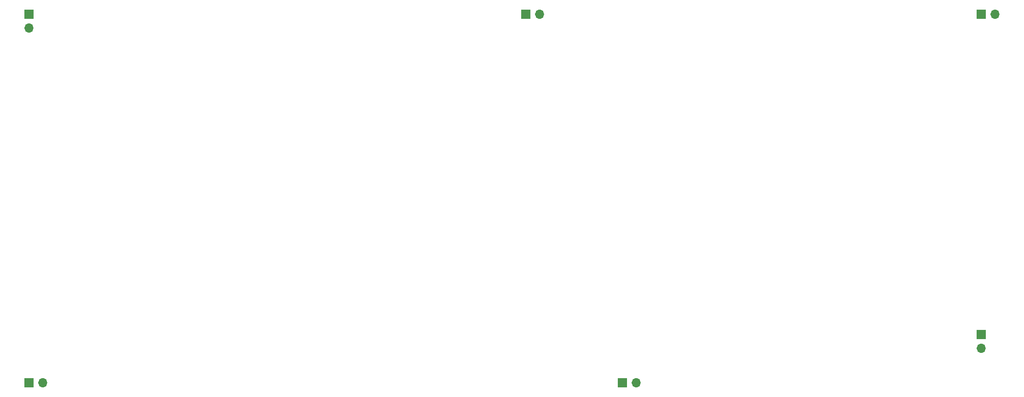
<source format=gbr>
%TF.GenerationSoftware,KiCad,Pcbnew,7.0.10*%
%TF.CreationDate,2024-08-04T08:05:15-06:00*%
%TF.ProjectId,display_card_cover,64697370-6c61-4795-9f63-6172645f636f,rev?*%
%TF.SameCoordinates,Original*%
%TF.FileFunction,Soldermask,Bot*%
%TF.FilePolarity,Negative*%
%FSLAX46Y46*%
G04 Gerber Fmt 4.6, Leading zero omitted, Abs format (unit mm)*
G04 Created by KiCad (PCBNEW 7.0.10) date 2024-08-04 08:05:15*
%MOMM*%
%LPD*%
G01*
G04 APERTURE LIST*
%ADD10R,1.700000X1.700000*%
%ADD11O,1.700000X1.700000*%
G04 APERTURE END LIST*
D10*
%TO.C, *%
X556890000Y-434975000D03*
D11*
X559430000Y-434975000D03*
%TD*%
D10*
%TO.C, *%
X666115000Y-434975000D03*
D11*
X668655000Y-434975000D03*
%TD*%
D10*
%TO.C, *%
X732155000Y-426080000D03*
D11*
X732155000Y-428620000D03*
%TD*%
D10*
%TO.C, *%
X732150000Y-367030000D03*
D11*
X734690000Y-367030000D03*
%TD*%
D10*
%TO.C, *%
X648330000Y-367030000D03*
D11*
X650870000Y-367030000D03*
%TD*%
D10*
%TO.C, *%
X556895000Y-367030000D03*
D11*
X556895000Y-369570000D03*
%TD*%
M02*

</source>
